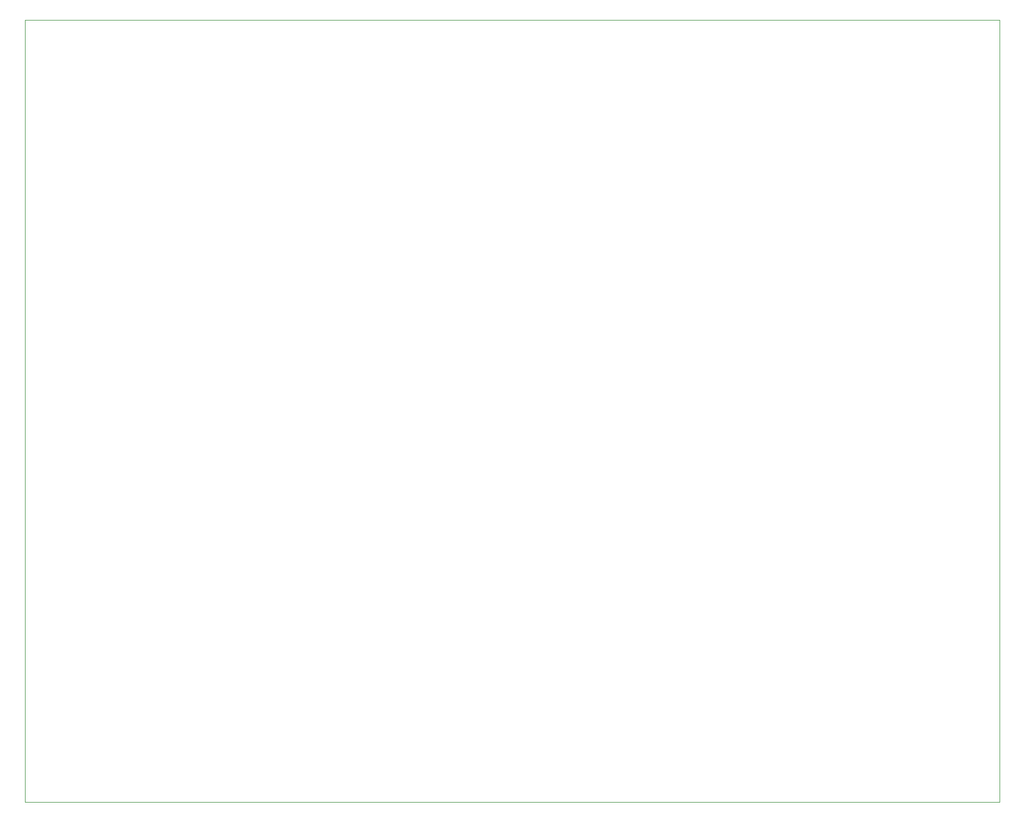
<source format=gbr>
G04 #@! TF.GenerationSoftware,KiCad,Pcbnew,(6.0.7)*
G04 #@! TF.CreationDate,2023-02-20T16:11:38-05:00*
G04 #@! TF.ProjectId,FlyBoxBoard,466c7942-6f78-4426-9f61-72642e6b6963,rev?*
G04 #@! TF.SameCoordinates,Original*
G04 #@! TF.FileFunction,Profile,NP*
%FSLAX46Y46*%
G04 Gerber Fmt 4.6, Leading zero omitted, Abs format (unit mm)*
G04 Created by KiCad (PCBNEW (6.0.7)) date 2023-02-20 16:11:38*
%MOMM*%
%LPD*%
G01*
G04 APERTURE LIST*
G04 #@! TA.AperFunction,Profile*
%ADD10C,0.100000*%
G04 #@! TD*
G04 APERTURE END LIST*
D10*
X16510000Y-16510000D02*
X165100000Y-16510000D01*
X165100000Y-16510000D02*
X165100000Y-135890000D01*
X165100000Y-135890000D02*
X16510000Y-135890000D01*
X16510000Y-135890000D02*
X16510000Y-16510000D01*
M02*

</source>
